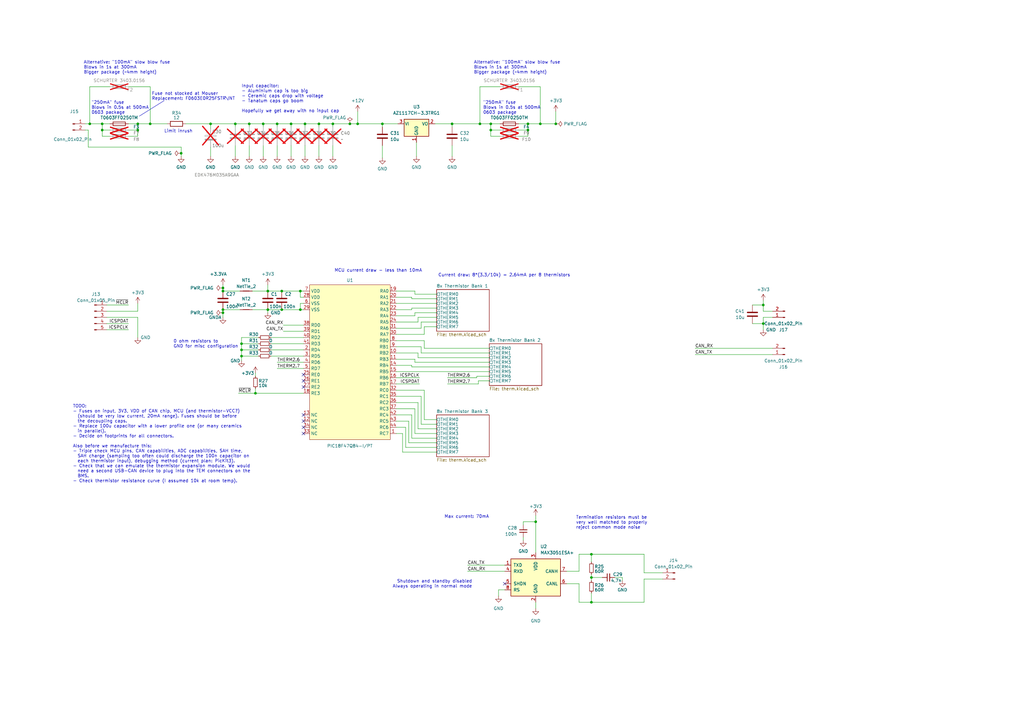
<source format=kicad_sch>
(kicad_sch (version 20250114) (generator "eeschema") (generator_version "9.0")
  (paper "A3")
  (lib_symbols
    (symbol "Connector:Conn_01x02_Pin" (pin_names (offset 1.016) (hide yes))
      (property "Reference" "J" (at 0 2.54 0))
      (property "Value" "Conn_01x02_Pin" (at 0 -5.08 0))
      (symbol "Conn_01x02_Pin_1_1"
        (rectangle (start 0.8636 0.127) (end 0 -0.127) (stroke (width 0.1524)) (fill (type outline)))
        (rectangle (start 0.8636 -2.413) (end 0 -2.667) (stroke (width 0.1524)) (fill (type outline)))
        (polyline (pts (xy 1.27 0) (xy 0.8636 0)) (stroke (width 0.1524)))
        (polyline (pts (xy 1.27 -2.54) (xy 0.8636 -2.54)) (stroke (width 0.1524)))
        (pin passive line (at 5.08 0 180) (length 3.81) (name "Pin_1") (number "1"))
        (pin passive line (at 5.08 -2.54 180) (length 3.81) (name "Pin_2") (number "2"))
      )
    )
    (symbol "Connector:Conn_01x05_Pin" (pin_names (offset 1.016) (hide yes))
      (property "Reference" "J" (at 0 7.62 0))
      (property "Value" "Conn_01x05_Pin" (at 0 -7.62 0))
      (symbol "Conn_01x05_Pin_1_1"
        (rectangle (start 0.8636 5.207) (end 0 4.953) (stroke (width 0.1524)) (fill (type outline)))
        (rectangle (start 0.8636 2.667) (end 0 2.413) (stroke (width 0.1524)) (fill (type outline)))
        (rectangle (start 0.8636 0.127) (end 0 -0.127) (stroke (width 0.1524)) (fill (type outline)))
        (rectangle (start 0.8636 -2.413) (end 0 -2.667) (stroke (width 0.1524)) (fill (type outline)))
        (rectangle (start 0.8636 -4.953) (end 0 -5.207) (stroke (width 0.1524)) (fill (type outline)))
        (polyline (pts (xy 1.27 5.08) (xy 0.8636 5.08)) (stroke (width 0.1524)))
        (polyline (pts (xy 1.27 2.54) (xy 0.8636 2.54)) (stroke (width 0.1524)))
        (polyline (pts (xy 1.27 0) (xy 0.8636 0)) (stroke (width 0.1524)))
        (polyline (pts (xy 1.27 -2.54) (xy 0.8636 -2.54)) (stroke (width 0.1524)))
        (polyline (pts (xy 1.27 -5.08) (xy 0.8636 -5.08)) (stroke (width 0.1524)))
        (pin passive line (at 5.08 5.08 180) (length 3.81) (name "Pin_1") (number "1"))
        (pin passive line (at 5.08 2.54 180) (length 3.81) (name "Pin_2") (number "2"))
        (pin passive line (at 5.08 0 180) (length 3.81) (name "Pin_3") (number "3"))
        (pin passive line (at 5.08 -2.54 180) (length 3.81) (name "Pin_4") (number "4"))
        (pin passive line (at 5.08 -5.08 180) (length 3.81) (name "Pin_5") (number "5"))
      )
    )
    (symbol "Device:C" (pin_numbers (hide yes)) (pin_names (offset 0.254))
      (property "Reference" "C" (at 0.635 2.54 0))
      (property "Value" "C" (at 0.635 -2.54 0))
      (symbol "C_0_1"
        (polyline (pts (xy -2.032 0.762) (xy 2.032 0.762)) (stroke (width 0.508)))
        (polyline (pts (xy -2.032 -0.762) (xy 2.032 -0.762)) (stroke (width 0.508)))
      )
      (symbol "C_1_1"
        (pin passive line (at 0 3.81 270) (length 2.794) (name "~") (number "1"))
        (pin passive line (at 0 -3.81 90) (length 2.794) (name "~") (number "2"))
      )
    )
    (symbol "Device:C_Polarized" (pin_numbers (hide yes)) (pin_names (offset 0.254))
      (property "Reference" "C" (at 0.635 2.54 0))
      (property "Value" "C_Polarized" (at 0.635 -2.54 0))
      (symbol "C_Polarized_0_1"
        (rectangle (start -2.286 0.508) (end 2.286 1.016))
        (polyline (pts (xy -1.778 2.286) (xy -0.762 2.286)))
        (polyline (pts (xy -1.27 2.794) (xy -1.27 1.778)))
        (rectangle (start 2.286 -0.508) (end -2.286 -1.016) (fill (type outline)))
      )
      (symbol "C_Polarized_1_1"
        (pin passive line (at 0 3.81 270) (length 2.794) (name "~") (number "1"))
        (pin passive line (at 0 -3.81 90) (length 2.794) (name "~") (number "2"))
      )
    )
    (symbol "Device:C_Small" (pin_numbers (hide yes)) (pin_names (offset 0.254) (hide yes))
      (property "Reference" "C" (at 0.254 1.778 0))
      (property "Value" "C_Small" (at 0.254 -2.032 0))
      (symbol "C_Small_0_1"
        (polyline (pts (xy -1.524 0.508) (xy 1.524 0.508)) (stroke (width 0.3048)))
        (polyline (pts (xy -1.524 -0.508) (xy 1.524 -0.508)) (stroke (width 0.3302)))
      )
      (symbol "C_Small_1_1"
        (pin passive line (at 0 2.54 270) (length 2.032) (name "~") (number "1"))
        (pin passive line (at 0 -2.54 90) (length 2.032) (name "~") (number "2"))
      )
    )
    (symbol "Device:Fuse" (pin_numbers (hide yes)) (pin_names (offset 0))
      (property "Reference" "F" (at 2.032 0 90))
      (property "Value" "Fuse" (at -1.905 0 90))
      (symbol "Fuse_0_1"
        (rectangle (start -0.762 -2.54) (end 0.762 2.54) (stroke (width 0.254)))
        (polyline (pts (xy 0 2.54) (xy 0 -2.54)))
      )
      (symbol "Fuse_1_1"
        (pin passive line (at 0 3.81 270) (length 1.27) (name "~") (number "1"))
        (pin passive line (at 0 -3.81 90) (length 1.27) (name "~") (number "2"))
      )
    )
    (symbol "Device:NetTie_2" (pin_numbers (hide yes)) (pin_names (offset 0) (hide yes)) (in_bom no)
      (property "Reference" "NT" (at 0 1.27 0))
      (property "Value" "NetTie_2" (at 0 -1.27 0))
      (symbol "NetTie_2_0_1"
        (polyline (pts (xy -1.27 0) (xy 1.27 0)) (stroke (width 0.254)))
      )
      (symbol "NetTie_2_1_1"
        (pin passive line (at -2.54 0 0) (length 2.54) (name "1") (number "1"))
        (pin passive line (at 2.54 0 180) (length 2.54) (name "2") (number "2"))
      )
    )
    (symbol "Device:R" (pin_numbers (hide yes)) (pin_names (offset 0))
      (property "Reference" "R" (at 2.032 0 90))
      (property "Value" "R" (at 0 0 90))
      (symbol "R_0_1"
        (rectangle (start -1.016 -2.54) (end 1.016 2.54) (stroke (width 0.254)))
      )
      (symbol "R_1_1"
        (pin passive line (at 0 3.81 270) (length 1.27) (name "~") (number "1"))
        (pin passive line (at 0 -3.81 90) (length 1.27) (name "~") (number "2"))
      )
    )
    (symbol "Device:R_Small" (pin_numbers (hide yes)) (pin_names (offset 0.254) (hide yes))
      (property "Reference" "R" (at 0.762 0.508 0))
      (property "Value" "R_Small" (at 0.762 -1.016 0))
      (symbol "R_Small_0_1"
        (rectangle (start -0.762 1.778) (end 0.762 -1.778) (stroke (width 0.2032)))
      )
      (symbol "R_Small_1_1"
        (pin passive line (at 0 2.54 270) (length 0.762) (name "~") (number "1"))
        (pin passive line (at 0 -2.54 90) (length 0.762) (name "~") (number "2"))
      )
    )
    (symbol "Interface_UART:MAX3051" (pin_names (offset 1.016))
      (property "Reference" "U" (at -10.16 8.89 0))
      (property "Value" "MAX3051" (at 2.54 8.89 0))
      (symbol "MAX3051_0_1"
        (rectangle (start -10.16 7.62) (end 10.16 -7.62) (stroke (width 0.254)) (fill (type background)))
      )
      (symbol "MAX3051_1_1"
        (pin input line (at -12.7 5.08 0) (length 2.54) (name "TXD") (number "1"))
        (pin output line (at -12.7 2.54 0) (length 2.54) (name "RXD") (number "4"))
        (pin input line (at -12.7 -2.54 0) (length 2.54) (name "SHDN") (number "5"))
        (pin input line (at -12.7 -5.08 0) (length 2.54) (name "RS") (number "8"))
        (pin power_in line (at 0 10.16 270) (length 2.54) (name "VDD") (number "3"))
        (pin power_in line (at 0 -10.16 90) (length 2.54) (name "GND") (number "2"))
        (pin bidirectional line (at 12.7 2.54 180) (length 2.54) (name "CANH") (number "7"))
        (pin bidirectional line (at 12.7 -2.54 180) (length 2.54) (name "CANL") (number "6"))
      )
    )
    (symbol "Regulator_Linear:AZ1117-3.3" (pin_names (offset 0.254))
      (property "Reference" "U" (at -3.81 3.175 0))
      (property "Value" "AZ1117-3.3" (at 0 3.175 0))
      (symbol "AZ1117-3.3_0_1"
        (rectangle (start -5.08 1.905) (end 5.08 -5.08) (stroke (width 0.254)) (fill (type background)))
      )
      (symbol "AZ1117-3.3_1_1"
        (pin power_in line (at -7.62 0 0) (length 2.54) (name "VI") (number "3"))
        (pin power_in line (at 0 -7.62 90) (length 2.54) (name "GND") (number "1"))
        (pin power_out line (at 7.62 0 180) (length 2.54) (name "VO") (number "2"))
      )
    )
    (symbol "SUFST:PIC18F47Q84-I/PT"
      (property "Reference" "U" (at -19.05 26.67 0))
      (symbol "PIC18F47Q84-I/PT_0_0"
        (pin bidirectional line (at -19.05 29.21 0) (length 2.54) (name "RA0") (number "19"))
        (pin bidirectional line (at -19.05 26.67 0) (length 2.54) (name "RA1") (number "20"))
        (pin bidirectional line (at -19.05 24.13 0) (length 2.54) (name "RA2") (number "21"))
        (pin bidirectional line (at -19.05 21.59 0) (length 2.54) (name "RA3") (number "22"))
        (pin bidirectional line (at -19.05 19.05 0) (length 2.54) (name "RA4") (number "23"))
        (pin bidirectional line (at -19.05 16.51 0) (length 2.54) (name "RA5") (number "24"))
        (pin bidirectional line (at -19.05 13.97 0) (length 2.54) (name "RA6") (number "31"))
        (pin bidirectional line (at -19.05 11.43 0) (length 2.54) (name "RA7") (number "30"))
        (pin bidirectional line (at -19.05 8.89 0) (length 2.54) (name "RB0") (number "8"))
        (pin bidirectional line (at -19.05 6.35 0) (length 2.54) (name "RB1") (number "9"))
        (pin bidirectional line (at -19.05 3.81 0) (length 2.54) (name "RB2") (number "10"))
        (pin bidirectional line (at -19.05 1.27 0) (length 2.54) (name "RB3") (number "11"))
        (pin bidirectional line (at -19.05 -1.27 0) (length 2.54) (name "RB4") (number "14"))
        (pin bidirectional line (at -19.05 -3.81 0) (length 2.54) (name "RB5") (number "15"))
        (pin bidirectional line (at -19.05 -6.35 0) (length 2.54) (name "RB6") (number "16"))
        (pin bidirectional line (at -19.05 -8.89 0) (length 2.54) (name "RB7") (number "17"))
        (pin bidirectional line (at -19.05 -11.43 0) (length 2.54) (name "RC0") (number "32"))
        (pin bidirectional line (at -19.05 -13.97 0) (length 2.54) (name "RC1") (number "35"))
        (pin bidirectional line (at -19.05 -16.51 0) (length 2.54) (name "RC2") (number "36"))
        (pin bidirectional line (at -19.05 -19.05 0) (length 2.54) (name "RC3") (number "37"))
        (pin bidirectional line (at -19.05 -21.59 0) (length 2.54) (name "RC4") (number "42"))
        (pin bidirectional line (at -19.05 -24.13 0) (length 2.54) (name "RC5") (number "43"))
        (pin bidirectional line (at -19.05 -26.67 0) (length 2.54) (name "RC6") (number "44"))
        (pin bidirectional line (at -19.05 -29.21 0) (length 2.54) (name "RC7") (number "1"))
        (pin power_in line (at 19.05 29.21 180) (length 2.54) (name "VDD") (number "7"))
        (pin power_in line (at 19.05 26.67 180) (length 2.54) (name "VDD") (number "28"))
        (pin power_in line (at 19.05 24.13 180) (length 2.54) (name "VSS") (number "6"))
        (pin power_in line (at 19.05 21.59 180) (length 2.54) (name "VSS") (number "29"))
        (pin bidirectional line (at 19.05 15.24 180) (length 2.54) (name "RD0") (number "38"))
        (pin bidirectional line (at 19.05 12.7 180) (length 2.54) (name "RD1") (number "39"))
        (pin bidirectional line (at 19.05 10.16 180) (length 2.54) (name "RD2") (number "40"))
        (pin bidirectional line (at 19.05 7.62 180) (length 2.54) (name "RD3") (number "41"))
        (pin bidirectional line (at 19.05 5.08 180) (length 2.54) (name "RD4") (number "2"))
        (pin bidirectional line (at 19.05 2.54 180) (length 2.54) (name "RD5") (number "3"))
        (pin bidirectional line (at 19.05 0 180) (length 2.54) (name "RD6") (number "4"))
        (pin bidirectional line (at 19.05 -2.54 180) (length 2.54) (name "RD7") (number "5"))
        (pin bidirectional line (at 19.05 -5.08 180) (length 2.54) (name "RE0") (number "25"))
        (pin bidirectional line (at 19.05 -7.62 180) (length 2.54) (name "RE1") (number "26"))
        (pin bidirectional line (at 19.05 -10.16 180) (length 2.54) (name "RE2") (number "27"))
        (pin bidirectional line (at 19.05 -12.7 180) (length 2.54) (name "RE3") (number "18"))
        (pin passive line (at 19.05 -21.59 180) (length 2.54) (name "NC") (number "13"))
        (pin passive line (at 19.05 -24.13 180) (length 2.54) (name "NC") (number "12"))
        (pin passive line (at 19.05 -26.67 180) (length 2.54) (name "NC") (number "34"))
        (pin passive line (at 19.05 -29.21 180) (length 2.54) (name "NC") (number "33"))
      )
      (symbol "PIC18F47Q84-I/PT_1_1"
        (rectangle (start -16.51 31.75) (end 16.51 -31.75) (fill (type background)))
      )
    )
    (symbol "power:+12V" (power) (pin_names (offset 0))
      (property "Value" "+12V" (at 0 3.556 0))
      (symbol "+12V_0_1"
        (polyline (pts (xy -0.762 1.27) (xy 0 2.54)))
        (polyline (pts (xy 0 2.54) (xy 0.762 1.27)))
        (polyline (pts (xy 0 0) (xy 0 2.54)))
      )
      (symbol "+12V_1_1"
        (pin power_in line (at 0 0 90) (length 0) (hide yes) (name "+12V") (number "1"))
      )
    )
    (symbol "power:+3.3VA" (power) (pin_names (offset 0))
      (property "Value" "+3.3VA" (at 0 3.556 0))
      (symbol "+3.3VA_0_1"
        (polyline (pts (xy -0.762 1.27) (xy 0 2.54)))
        (polyline (pts (xy 0 2.54) (xy 0.762 1.27)))
        (polyline (pts (xy 0 0) (xy 0 2.54)))
      )
      (symbol "+3.3VA_1_1"
        (pin power_in line (at 0 0 90) (length 0) (hide yes) (name "+3.3VA") (number "1"))
      )
    )
    (symbol "power:+3V3" (power) (pin_names (offset 0))
      (property "Value" "+3V3" (at 0 3.556 0))
      (symbol "+3V3_0_1"
        (polyline (pts (xy -0.762 1.27) (xy 0 2.54)))
        (polyline (pts (xy 0 2.54) (xy 0.762 1.27)))
        (polyline (pts (xy 0 0) (xy 0 2.54)))
      )
      (symbol "+3V3_1_1"
        (pin power_in line (at 0 0 90) (length 0) (hide yes) (name "+3V3") (number "1"))
      )
    )
    (symbol "power:GND" (power) (pin_names (offset 0))
      (property "Value" "GND" (at 0 -3.81 0))
      (symbol "GND_0_1"
        (polyline (pts (xy 0 0) (xy 0 -1.27) (xy 1.27 -1.27) (xy 0 -2.54) (xy -1.27 -1.27) (xy 0 -1.27)))
      )
      (symbol "GND_1_1"
        (pin power_in line (at 0 0 270) (length 0) (hide yes) (name "GND") (number "1"))
      )
    )
    (symbol "power:GNDA" (power) (pin_names (offset 0))
      (property "Value" "GNDA" (at 0 -3.81 0))
      (symbol "GNDA_0_1"
        (polyline (pts (xy 0 0) (xy 0 -1.27) (xy 1.27 -1.27) (xy 0 -2.54) (xy -1.27 -1.27) (xy 0 -1.27)))
      )
      (symbol "GNDA_1_1"
        (pin power_in line (at 0 0 270) (length 0) (hide yes) (name "GNDA") (number "1"))
      )
    )
    (symbol "power:PWR_FLAG" (power) (pin_numbers (hide yes)) (pin_names (offset 0) (hide yes))
      (property "Value" "PWR_FLAG" (at 0 3.81 0))
      (symbol "PWR_FLAG_0_0"
        (pin power_out line (at 0 0 90) (length 0) (name "pwr") (number "1"))
      )
      (symbol "PWR_FLAG_0_1"
        (polyline (pts (xy 0 0) (xy 0 1.27) (xy -1.016 1.905) (xy 0 2.54) (xy 1.016 1.905) (xy 0 1.27)))
      )
    )
  )
  (text "0 ohm resistors to\nGND for misc configuration" (at 71.12 142.875 0) (effects (font (size 1.27 1.27)) (justify left bottom)))
  (text "Current draw: 8*(3.3/10k) = 2.64mA per 8 thermistors" (at 179.705 113.665 0) (effects (font (size 1.27 1.27)) (justify left bottom)))
  (text "MCU current draw - less than 10mA" (at 137.16 111.76 0) (effects (font (size 1.27 1.27)) (justify left bottom)))
  (text "Alternative: \"100mA\" slow blow fuse\nBlows in 1s at 300mA\nBigger package (~4mm height)" (at 34.29 30.48 0) (effects (font (size 1.27 1.27)) (justify left bottom)))
  (text "Fuse not stocked at Mouser\nReplacement: F0603E0R25FSTR\\INT" (at 62.23 41.275 0) (effects (font (size 1.27 1.27)) (justify left bottom)))
  (text "Termination resistors must be \nvery well matched to properly \nreject common mode noise" (at 236.22 217.17 0) (effects (font (size 1.27 1.27)) (justify left bottom)))
  (text "Shutdown and standby disabled\nAlways operating in normal mode" (at 193.675 241.3 0) (effects (font (size 1.27 1.27)) (justify right bottom)))
  (text "Input capacitor:\n- Aluminium cap is too big\n- Ceramic caps drop with voltage\n- Tanatum caps go boom\n\nHopefully we get away with no input cap" (at 99.06 46.355 0) (effects (font (size 1.27 1.27)) (justify left bottom)))
  (text "TODO:\n- Fuses on input, 3V3, VDD of CAN chip, MCU (and thermistor-VCC?)\n  (should be very low current, 20mA range). Fuses should be before\n  the decoupling caps.\n- Replace 100u capacitor with a lower profile one (or many ceramics\n  in parallel).\n- Decide on footprints for all connectors.\n\nAlso before we manufacture this:\n- Triple check MCU pins, CAN capabilities, ADC capabilities, SAH time,\n  SAH charge (sampling too often could discharge the 100n capacitor on\n  each thermistor input), debugging method (current plan: PicKit3).\n- Check that we can emulate the thermistor expansion module. We would\n  need a second USB-CAN device to plug into the TEM connectors on the\n  BMS.\n- Check thermistor resistance curve (I assumed 10k at room temp)." (at 29.845 198.12 0) (effects (font (size 1.27 1.27)) (justify left bottom)))
  (text "Alternative: \"100mA\" slow blow fuse\nBlows in 1s at 300mA\nBigger package (~4mm height)" (at 194.31 30.48 0) (effects (font (size 1.27 1.27)) (justify left bottom)))
  (text "\"250mA\" fuse\nBlows in 0.5s at 500mA\n0603 package" (at 198.12 46.99 0) (effects (font (size 1.27 1.27)) (justify left bottom)))
  (text "Limit inrush" (at 67.31 54.61 0) (effects (font (size 1.27 1.27)) (justify left bottom)))
  (text "\"250mA\" fuse\nBlows in 0.5s at 500mA\n0603 package" (at 37.465 46.99 0) (effects (font (size 1.27 1.27)) (justify left bottom)))
  (text "Max current: 70mA" (at 182.245 212.725 0) (effects (font (size 1.27 1.27)) (justify left bottom)))
  (junction (at 109.855 119.38))
  (junction (at 91.44 127))
  (junction (at 242.57 227.33))
  (junction (at 216.535 53.34))
  (junction (at 196.85 50.8))
  (junction (at 123.19 119.38))
  (junction (at 242.57 247.015))
  (junction (at 313.055 125.095))
  (junction (at 96.52 50.8))
  (junction (at 99.06 146.05))
  (junction (at 185.42 50.8))
  (junction (at 91.44 118.11))
  (junction (at 156.845 50.8))
  (junction (at 56.515 53.34))
  (junction (at 130.81 50.8))
  (junction (at 113.665 50.8))
  (junction (at 41.91 50.8))
  (junction (at 74.295 62.865))
  (junction (at 201.295 50.8))
  (junction (at 136.525 50.8))
  (junction (at 143.51 50.8))
  (junction (at 146.685 50.8))
  (junction (at 102.235 50.8))
  (junction (at 227.965 50.8))
  (junction (at 219.71 213.995))
  (junction (at 313.055 132.715))
  (junction (at 91.44 128.27))
  (junction (at 119.38 50.8))
  (junction (at 41.91 53.34))
  (junction (at 221.615 50.8))
  (junction (at 201.295 53.34))
  (junction (at 91.44 119.38))
  (junction (at 123.19 127))
  (junction (at 115.57 119.38))
  (junction (at 242.57 236.855))
  (junction (at 99.06 143.51))
  (junction (at 216.535 50.8))
  (junction (at 115.57 127))
  (junction (at 109.855 127))
  (junction (at 125.095 50.8))
  (junction (at 104.775 161.29))
  (junction (at 99.06 140.97))
  (junction (at 61.595 50.8))
  (junction (at 56.515 50.8))
  (junction (at 86.36 50.8))
  (junction (at 107.95 50.8))
  (junction (at 36.83 50.8))
  (no_connect (at 124.46 172.72))
  (no_connect (at 124.46 153.67))
  (no_connect (at 124.46 170.18))
  (no_connect (at 207.01 239.395))
  (no_connect (at 124.46 177.8))
  (no_connect (at 124.46 156.21))
  (no_connect (at 124.46 175.26))
  (no_connect (at 124.46 158.75))
  (wire (pts (xy 167.64 172.72) (xy 167.64 181.61)))
  (wire (pts (xy 125.095 59.69) (xy 125.095 64.135)))
  (wire (pts (xy 168.91 179.705) (xy 179.07 179.705)))
  (wire (pts (xy 102.235 50.8) (xy 102.235 52.07)))
  (wire (pts (xy 162.56 121.92) (xy 168.91 121.92)))
  (wire (pts (xy 162.56 119.38) (xy 170.18 119.38)))
  (wire (pts (xy 162.56 160.02) (xy 173.99 160.02)))
  (wire (pts (xy 111.125 140.97) (xy 124.46 140.97)))
  (wire (pts (xy 168.91 150.495) (xy 168.91 149.86)))
  (wire (pts (xy 185.42 50.8) (xy 185.42 52.07)))
  (wire (pts (xy 162.56 170.18) (xy 168.91 170.18)))
  (wire (pts (xy 168.91 127) (xy 168.91 126.365)))
  (wire (pts (xy 56.515 53.34) (xy 56.515 50.8)))
  (wire (pts (xy 173.99 172.085) (xy 173.99 160.02)))
  (wire (pts (xy 170.18 177.8) (xy 170.18 167.64)))
  (wire (pts (xy 99.06 143.51) (xy 99.06 146.05)))
  (wire (pts (xy 173.99 142.875) (xy 200.66 142.875)))
  (wire (pts (xy 162.56 124.46) (xy 179.07 124.46)))
  (wire (pts (xy 162.56 147.32) (xy 170.18 147.32)))
  (wire (pts (xy 99.06 138.43) (xy 99.06 140.97)))
  (wire (pts (xy 170.18 128.27) (xy 179.07 128.27)))
  (wire (pts (xy 143.51 50.8) (xy 146.685 50.8)))
  (wire (pts (xy 123.19 121.92) (xy 123.19 119.38)))
  (wire (pts (xy 113.665 151.13) (xy 124.46 151.13)))
  (wire (pts (xy 237.49 247.015) (xy 242.57 247.015)))
  (wire (pts (xy 162.56 157.48) (xy 172.085 157.48)))
  (wire (pts (xy 52.705 55.88) (xy 56.515 55.88)))
  (wire (pts (xy 173.99 137.16) (xy 173.99 133.985)))
  (wire (pts (xy 162.56 172.72) (xy 167.64 172.72)))
  (wire (pts (xy 43.815 130.175) (xy 56.515 130.175)))
  (wire (pts (xy 178.435 50.8) (xy 185.42 50.8)))
  (wire (pts (xy 172.72 142.24) (xy 162.56 142.24)))
  (wire (pts (xy 115.57 119.38) (xy 123.19 119.38)))
  (wire (pts (xy 104.775 159.385) (xy 104.775 161.29)))
  (wire (pts (xy 183.515 157.48) (xy 196.215 157.48)))
  (wire (pts (xy 61.595 50.8) (xy 68.58 50.8)))
  (wire (pts (xy 162.56 127) (xy 168.91 127)))
  (wire (pts (xy 86.36 50.8) (xy 96.52 50.8)))
  (wire (pts (xy 97.79 161.29) (xy 104.775 161.29)))
  (wire (pts (xy 172.72 173.99) (xy 179.07 173.99)))
  (wire (pts (xy 166.37 175.26) (xy 162.56 175.26)))
  (wire (pts (xy 242.57 230.505) (xy 242.57 227.33)))
  (wire (pts (xy 119.38 59.69) (xy 119.38 64.135)))
  (wire (pts (xy 107.95 50.8) (xy 113.665 50.8)))
  (wire (pts (xy 165.1 185.42) (xy 165.1 177.8)))
  (wire (pts (xy 61.595 35.56) (xy 61.595 50.8)))
  (wire (pts (xy 168.91 122.555) (xy 179.07 122.555)))
  (wire (pts (xy 170.815 58.42) (xy 170.815 64.135)))
  (wire (pts (xy 113.665 59.69) (xy 113.665 64.135)))
  (wire (pts (xy 36.195 60.325) (xy 36.195 53.34)))
  (wire (pts (xy 308.61 125.095) (xy 313.055 125.095)))
  (wire (pts (xy 116.205 135.89) (xy 124.46 135.89)))
  (wire (pts (xy 36.195 53.34) (xy 34.925 53.34)))
  (wire (pts (xy 36.83 50.8) (xy 36.83 35.56)))
  (wire (pts (xy 172.085 154.94) (xy 162.56 154.94)))
  (wire (pts (xy 172.72 132.08) (xy 179.07 132.08)))
  (wire (pts (xy 36.83 35.56) (xy 45.085 35.56)))
  (wire (pts (xy 285.115 145.415) (xy 316.865 145.415)))
  (wire (pts (xy 313.055 125.095) (xy 313.055 123.19)))
  (wire (pts (xy 111.125 146.05) (xy 124.46 146.05)))
  (wire (pts (xy 91.44 119.38) (xy 98.425 119.38)))
  (wire (pts (xy 316.865 127.635) (xy 313.055 127.635)))
  (wire (pts (xy 221.615 50.8) (xy 227.965 50.8)))
  (wire (pts (xy 242.57 236.855) (xy 247.015 236.855)))
  (wire (pts (xy 237.49 239.395) (xy 237.49 247.015)))
  (wire (pts (xy 170.18 120.65) (xy 179.07 120.65)))
  (wire (pts (xy 124.46 121.92) (xy 123.19 121.92)))
  (wire (pts (xy 285.115 142.875) (xy 316.865 142.875)))
  (wire (pts (xy 96.52 50.8) (xy 102.235 50.8)))
  (wire (pts (xy 216.535 53.34) (xy 216.535 50.8)))
  (wire (pts (xy 41.91 50.8) (xy 41.91 53.34)))
  (wire (pts (xy 123.19 119.38) (xy 124.46 119.38)))
  (wire (pts (xy 232.41 234.315) (xy 237.49 234.315)))
  (wire (pts (xy 242.57 243.205) (xy 242.57 247.015)))
  (wire (pts (xy 99.06 146.05) (xy 99.06 147.955)))
  (wire (pts (xy 173.99 139.7) (xy 173.99 142.875)))
  (wire (pts (xy 162.56 139.7) (xy 173.99 139.7)))
  (wire (pts (xy 115.57 127) (xy 123.19 127)))
  (wire (pts (xy 200.66 144.78) (xy 172.72 144.78)))
  (wire (pts (xy 156.845 50.8) (xy 163.195 50.8)))
  (wire (pts (xy 91.44 127) (xy 91.44 128.27)))
  (wire (pts (xy 98.425 127) (xy 91.44 127)))
  (wire (pts (xy 204.47 244.475) (xy 204.47 241.935)))
  (wire (pts (xy 76.2 50.8) (xy 86.36 50.8)))
  (wire (pts (xy 104.775 153.035) (xy 104.775 154.305)))
  (wire (pts (xy 113.665 50.8) (xy 113.665 52.07)))
  (wire (pts (xy 205.105 53.34) (xy 201.295 53.34)))
  (wire (pts (xy 106.045 146.05) (xy 99.06 146.05)))
  (wire (pts (xy 214.63 213.995) (xy 219.71 213.995)))
  (wire (pts (xy 56.515 130.175) (xy 56.515 138.43)))
  (wire (pts (xy 52.705 50.8) (xy 56.515 50.8)))
  (wire (pts (xy 313.055 130.175) (xy 316.865 130.175)))
  (wire (pts (xy 170.18 119.38) (xy 170.18 120.65)))
  (wire (pts (xy 171.45 144.78) (xy 162.56 144.78)))
  (wire (pts (xy 237.49 234.315) (xy 237.49 227.33)))
  (wire (pts (xy 168.91 126.365) (xy 179.07 126.365)))
  (wire (pts (xy 113.665 148.59) (xy 124.46 148.59)))
  (wire (pts (xy 313.055 135.255) (xy 313.055 132.715)))
  (wire (pts (xy 172.72 162.56) (xy 172.72 173.99)))
  (wire (pts (xy 201.295 53.34) (xy 201.295 50.8)))
  (wire (pts (xy 170.18 148.59) (xy 200.66 148.59)))
  (wire (pts (xy 201.295 50.8) (xy 205.105 50.8)))
  (wire (pts (xy 195.58 154.305) (xy 200.66 154.305)))
  (wire (pts (xy 191.77 234.315) (xy 207.01 234.315)))
  (wire (pts (xy 264.16 237.49) (xy 271.78 237.49)))
  (wire (pts (xy 166.37 183.515) (xy 179.07 183.515)))
  (wire (pts (xy 102.235 59.69) (xy 102.235 64.135)))
  (wire (pts (xy 162.56 137.16) (xy 173.99 137.16)))
  (wire (pts (xy 168.91 122.555) (xy 168.91 121.92)))
  (wire (pts (xy 171.45 175.895) (xy 179.07 175.895)))
  (wire (pts (xy 91.44 128.27) (xy 91.44 130.175)))
  (polyline (pts (xy 57.15 47.625) (xy 67.31 41.275)))
  (wire (pts (xy 109.855 127) (xy 109.855 128.27)))
  (wire (pts (xy 109.855 116.84) (xy 109.855 119.38)))
  (wire (pts (xy 125.095 50.8) (xy 119.38 50.8)))
  (wire (pts (xy 308.61 132.715) (xy 313.055 132.715)))
  (wire (pts (xy 124.46 124.46) (xy 123.19 124.46)))
  (wire (pts (xy 56.515 50.8) (xy 61.595 50.8)))
  (wire (pts (xy 205.105 55.88) (xy 201.295 55.88)))
  (wire (pts (xy 313.055 132.715) (xy 313.055 130.175)))
  (wire (pts (xy 156.845 50.8) (xy 156.845 52.07)))
  (wire (pts (xy 216.535 55.88) (xy 216.535 53.34)))
  (wire (pts (xy 162.56 152.4) (xy 200.66 152.4)))
  (wire (pts (xy 56.515 124.46) (xy 56.515 127.635)))
  (wire (pts (xy 103.505 119.38) (xy 109.855 119.38)))
  (wire (pts (xy 52.705 35.56) (xy 61.595 35.56)))
  (wire (pts (xy 146.685 50.8) (xy 156.845 50.8)))
  (wire (pts (xy 264.16 247.015) (xy 264.16 237.49)))
  (wire (pts (xy 96.52 50.8) (xy 96.52 52.07)))
  (wire (pts (xy 264.16 234.95) (xy 271.78 234.95)))
  (wire (pts (xy 111.125 138.43) (xy 124.46 138.43)))
  (wire (pts (xy 162.56 129.54) (xy 170.18 129.54)))
  (wire (pts (xy 219.71 247.015) (xy 219.71 249.555)))
  (wire (pts (xy 109.855 127) (xy 103.505 127)))
  (wire (pts (xy 125.095 50.8) (xy 125.095 52.07)))
  (wire (pts (xy 162.56 162.56) (xy 172.72 162.56)))
  (wire (pts (xy 111.125 143.51) (xy 124.46 143.51)))
  (wire (pts (xy 41.91 50.8) (xy 45.085 50.8)))
  (wire (pts (xy 196.215 156.21) (xy 200.66 156.21)))
  (wire (pts (xy 91.44 116.84) (xy 91.44 118.11)))
  (wire (pts (xy 136.525 59.69) (xy 136.525 64.135)))
  (wire (pts (xy 106.045 138.43) (xy 99.06 138.43)))
  (wire (pts (xy 43.815 135.255) (xy 52.705 135.255)))
  (wire (pts (xy 212.725 55.88) (xy 216.535 55.88)))
  (wire (pts (xy 170.18 148.59) (xy 170.18 147.32)))
  (wire (pts (xy 107.95 59.69) (xy 107.95 64.135)))
  (wire (pts (xy 136.525 50.8) (xy 130.81 50.8)))
  (wire (pts (xy 171.45 165.1) (xy 162.56 165.1)))
  (wire (pts (xy 196.215 157.48) (xy 196.215 156.21)))
  (wire (pts (xy 119.38 50.8) (xy 119.38 52.07)))
  (wire (pts (xy 196.85 35.56) (xy 205.105 35.56)))
  (wire (pts (xy 195.58 154.94) (xy 195.58 154.305)))
  (wire (pts (xy 219.71 211.455) (xy 219.71 213.995)))
  (wire (pts (xy 162.56 132.08) (xy 171.45 132.08)))
  (wire (pts (xy 86.36 50.8) (xy 86.36 52.705)))
  (wire (pts (xy 41.91 53.34) (xy 41.91 55.88)))
  (wire (pts (xy 43.815 125.095) (xy 52.705 125.095)))
  (wire (pts (xy 109.855 127) (xy 115.57 127)))
  (wire (pts (xy 168.91 170.18) (xy 168.91 179.705)))
  (wire (pts (xy 214.63 215.265) (xy 214.63 213.995)))
  (wire (pts (xy 162.56 177.8) (xy 165.1 177.8)))
  (wire (pts (xy 99.06 140.97) (xy 106.045 140.97)))
  (wire (pts (xy 170.18 129.54) (xy 170.18 128.27)))
  (wire (pts (xy 136.525 50.8) (xy 143.51 50.8)))
  (wire (pts (xy 107.95 50.8) (xy 107.95 52.07)))
  (wire (pts (xy 242.57 247.015) (xy 264.16 247.015)))
  (wire (pts (xy 96.52 59.69) (xy 96.52 64.135)))
  (wire (pts (xy 221.615 35.56) (xy 221.615 50.8)))
  (wire (pts (xy 36.195 60.325) (xy 74.295 60.325)))
  (wire (pts (xy 195.58 154.94) (xy 183.515 154.94)))
  (wire (pts (xy 45.085 53.34) (xy 41.91 53.34)))
  (wire (pts (xy 171.45 130.175) (xy 179.07 130.175)))
  (wire (pts (xy 214.63 220.345) (xy 214.63 221.615)))
  (wire (pts (xy 166.37 183.515) (xy 166.37 175.26)))
  (wire (pts (xy 171.45 132.08) (xy 171.45 130.175)))
  (wire (pts (xy 173.99 133.985) (xy 179.07 133.985)))
  (wire (pts (xy 123.19 127) (xy 124.46 127)))
  (wire (pts (xy 109.855 119.38) (xy 115.57 119.38)))
  (wire (pts (xy 43.815 127.635) (xy 56.515 127.635)))
  (wire (pts (xy 171.45 146.685) (xy 171.45 144.78)))
  (wire (pts (xy 74.295 60.325) (xy 74.295 62.865)))
  (wire (pts (xy 130.81 50.8) (xy 130.81 52.07)))
  (wire (pts (xy 123.19 124.46) (xy 123.19 127)))
  (wire (pts (xy 91.44 118.11) (xy 91.44 119.38)))
  (wire (pts (xy 99.06 143.51) (xy 106.045 143.51)))
  (wire (pts (xy 255.27 236.855) (xy 255.27 238.125)))
  (wire (pts (xy 242.57 235.585) (xy 242.57 236.855)))
  (wire (pts (xy 232.41 239.395) (xy 237.49 239.395)))
  (wire (pts (xy 52.705 53.34) (xy 56.515 53.34)))
  (wire (pts (xy 185.42 50.8) (xy 196.85 50.8)))
  (wire (pts (xy 172.72 134.62) (xy 172.72 132.08)))
  (wire (pts (xy 313.055 127.635) (xy 313.055 125.095)))
  (wire (pts (xy 212.725 53.34) (xy 216.535 53.34)))
  (wire (pts (xy 242.57 236.855) (xy 242.57 238.125)))
  (wire (pts (xy 156.845 59.69) (xy 156.845 64.77)))
  (wire (pts (xy 237.49 227.33) (xy 242.57 227.33)))
  (wire (pts (xy 43.815 132.715) (xy 52.705 132.715)))
  (wire (pts (xy 196.85 50.8) (xy 196.85 35.56)))
  (wire (pts (xy 185.42 59.69) (xy 185.42 64.135)))
  (wire (pts (xy 191.77 231.775) (xy 207.01 231.775)))
  (wire (pts (xy 102.235 50.8) (xy 107.95 50.8)))
  (wire (pts (xy 200.66 150.495) (xy 168.91 150.495)))
  (wire (pts (xy 56.515 55.88) (xy 56.515 53.34)))
  (wire (pts (xy 36.83 50.8) (xy 41.91 50.8)))
  (wire (pts (xy 34.925 50.8) (xy 36.83 50.8)))
  (wire (pts (xy 201.295 55.88) (xy 201.295 53.34)))
  (wire (pts (xy 165.1 185.42) (xy 179.07 185.42)))
  (wire (pts (xy 162.56 134.62) (xy 172.72 134.62)))
  (wire (pts (xy 252.095 236.855) (xy 255.27 236.855)))
  (wire (pts (xy 99.06 140.97) (xy 99.06 143.51)))
  (wire (pts (xy 104.775 161.29) (xy 124.46 161.29)))
  (wire (pts (xy 130.81 59.69) (xy 130.81 64.135)))
  (wire (pts (xy 212.725 50.8) (xy 216.535 50.8)))
  (wire (pts (xy 212.725 35.56) (xy 221.615 35.56)))
  (wire (pts (xy 219.71 213.995) (xy 219.71 226.695)))
  (wire (pts (xy 179.07 177.8) (xy 170.18 177.8)))
  (wire (pts (xy 146.685 45.72) (xy 146.685 50.8)))
  (wire (pts (xy 167.64 181.61) (xy 179.07 181.61)))
  (wire (pts (xy 196.85 50.8) (xy 201.295 50.8)))
  (wire (pts (xy 136.525 50.8) (xy 136.525 52.07)))
  (wire (pts (xy 172.72 144.78) (xy 172.72 142.24)))
  (wire (pts (xy 119.38 50.8) (xy 113.665 50.8)))
  (wire (pts (xy 242.57 227.33) (xy 264.16 227.33)))
  (wire (pts (xy 216.535 50.8) (xy 221.615 50.8)))
  (wire (pts (xy 45.085 55.88) (xy 41.91 55.88)))
  (wire (pts (xy 162.56 167.64) (xy 170.18 167.64)))
  (wire (pts (xy 264.16 227.33) (xy 264.16 234.95)))
  (wire (pts (xy 86.36 60.325) (xy 86.36 64.135)))
  (wire (pts (xy 171.45 175.895) (xy 171.45 165.1)))
  (wire (pts (xy 116.205 133.35) (xy 124.46 133.35)))
  (wire (pts (xy 130.81 50.8) (xy 125.095 50.8)))
  (wire (pts (xy 227.965 45.72) (xy 227.965 50.8)))
  (wire (pts (xy 204.47 241.935) (xy 207.01 241.935)))
  (wire (pts (xy 173.99 172.085) (xy 179.07 172.085)))
  (wire (pts (xy 200.66 146.685) (xy 171.45 146.685)))
  (wire (pts (xy 168.91 149.86) (xy 162.56 149.86)))
  (wire (pts (xy 74.295 62.865) (xy 74.295 64.135)))
  (label "ICSPCLK" (at 172.085 154.94 180))
  (label "ICSPCLK" (at 52.705 135.255 180))
  (label "~{MCLR}" (at 52.705 125.095 180))
  (label "CAN_RX" (at 191.77 234.315 0))
  (label "THERM2.7" (at 183.515 157.48 0))
  (label "THERM2.7" (at 113.665 151.13 0))
  (label "CAN_TX" (at 191.77 231.775 0))
  (label "CAN_TX" (at 116.205 135.89 180))
  (label "THERM2.6" (at 183.515 154.94 0))
  (label "ICSPDAT" (at 172.085 157.48 180))
  (label "THERM2.6" (at 113.665 148.59 0))
  (label "~{MCLR}" (at 97.79 161.29 0))
  (label "ICSPDAT" (at 52.705 132.715 180))
  (label "CAN_TX" (at 285.115 145.415 0))
  (label "CAN_RX" (at 285.115 142.875 0))
  (label "CAN_RX" (at 116.205 133.35 180))
  (symbol (lib_id "Device:R_Small") (at 242.57 233.045 180) (unit 1)
    (property "Reference" "R25" (at 243.84 232.41 0) (effects (justify right)))
    (property "Value" "60R" (at 243.84 234.315 0) (effects (justify right)))
    (property "Footprint" "Resistor_SMD:R_0805_2012Metric_Pad1.20x1.40mm_HandSolder" (effects (hide yes)))
    (property "Datasheet" "https://www.mouser.co.uk/datasheet/2/427/dcrcwife3-1761849.pdf" (effects (hide yes)))
    (property "Optional" "True" (effects (hide yes)))
    (property "Supplier" "Mouser" (effects (hide yes)))
  )
  (symbol (lib_id "Device:C") (at 109.855 123.19 0) (unit 1)
    (property "Reference" "C1" (at 111.125 120.65 0) (effects (justify left)))
    (property "Value" "100n" (at 110.49 125.73 0) (effects (justify left)))
    (property "Footprint" "Capacitor_SMD:C_0805_2012Metric_Pad1.18x1.45mm_HandSolder" (effects (hide yes)))
  )
  (symbol (lib_id "power:+3V3") (at 56.515 124.46 0) (unit 1)
    (property "Reference" "#PWR066" (effects (hide yes)))
    (property "Value" "+3V3" (at 56.515 120.015 0))
  )
  (symbol (lib_id "Device:NetTie_2") (at 100.965 127 0) (unit 1) (in_bom no)
    (property "Reference" "NT2" (at 100.965 122.555 0))
    (property "Value" "NetTie_2" (at 100.965 125.095 0))
    (property "Footprint" "Resistor_SMD:R_0805_2012Metric_Pad1.20x1.40mm_HandSolder" (effects (hide yes)))
  )
  (symbol (lib_id "power:GND") (at 136.525 64.135 0) (unit 1)
    (property "Reference" "#PWR087" (effects (hide yes)))
    (property "Value" "GND" (at 136.525 68.58 0))
  )
  (symbol (lib_id "power:PWR_FLAG") (at 74.295 62.865 90) (unit 1)
    (property "Reference" "#FLG03" (effects (hide yes)))
    (property "Value" "PWR_FLAG" (at 70.485 62.865 90) (effects (justify left)))
  )
  (symbol (lib_id "power:GND") (at 255.27 238.125 0) (unit 1)
    (property "Reference" "#PWR071" (effects (hide yes)))
    (property "Value" "GND" (at 255.27 241.935 0))
  )
  (symbol (lib_id "Device:Fuse") (at 48.895 50.8 90) (unit 1)
    (property "Reference" "F3" (at 55.88 52.07 90))
    (property "Value" "T0603FF0250TM" (at 48.895 48.26 90))
    (property "Footprint" "Fuse:Fuse_0603_1608Metric_Pad1.05x0.95mm_HandSolder" (effects (hide yes)))
  )
  (symbol (lib_id "power:+3V3") (at 109.855 116.84 0) (unit 1)
    (property "Reference" "#PWR01" (effects (hide yes)))
    (property "Value" "+3V3" (at 109.855 112.395 0))
  )
  (symbol (lib_id "power:GND") (at 185.42 64.135 0) (unit 1)
    (property "Reference" "#PWR077" (effects (hide yes)))
    (property "Value" "GND" (at 185.42 68.58 0))
  )
  (symbol (lib_id "power:GND") (at 109.855 128.27 0) (unit 1)
    (property "Reference" "#PWR02" (effects (hide yes)))
    (property "Value" "GND" (at 113.03 128.27 0))
  )
  (symbol (lib_id "Device:C") (at 130.81 55.88 0) (unit 1) (dnp yes)
    (property "Reference" "C39" (at 133.985 54.61 0) (effects (justify left)))
    (property "Value" "~" (at 133.985 57.15 0) (effects (justify left)))
    (property "Footprint" "Capacitor_SMD:C_1206_3216Metric_Pad1.33x1.80mm_HandSolder" (effects (hide yes)))
  )
  (symbol (lib_id "power:GND") (at 119.38 64.135 0) (unit 1)
    (property "Reference" "#PWR084" (effects (hide yes)))
    (property "Value" "GND" (at 119.38 68.58 0))
  )
  (symbol (lib_id "power:PWR_FLAG") (at 91.44 128.27 90) (unit 1)
    (property "Reference" "#FLG05" (effects (hide yes)))
    (property "Value" "PWR_FLAG" (at 87.63 128.27 90) (effects (justify left)))
  )
  (symbol (lib_id "power:+12V") (at 146.685 45.72 0) (unit 1)
    (property "Reference" "#PWR073" (effects (hide yes)))
    (property "Value" "+12V" (at 146.685 41.275 0))
  )
  (symbol (lib_id "Device:C") (at 185.42 55.88 0) (unit 1)
    (property "Reference" "C32" (at 188.595 54.61 0) (effects (justify left)))
    (property "Value" "10u" (at 188.595 57.15 0) (effects (justify left)))
    (property "Footprint" "Capacitor_SMD:C_0805_2012Metric_Pad1.18x1.45mm_HandSolder" (effects (hide yes)))
  )
  (symbol (lib_id "power:+3V3") (at 227.965 45.72 0) (unit 1)
    (property "Reference" "#PWR078" (effects (hide yes)))
    (property "Value" "+3V3" (at 227.965 41.275 0))
  )
  (symbol (lib_id "Device:Fuse") (at 208.915 53.34 90) (unit 1) (dnp yes)
    (property "Reference" "F9" (at 215.9 54.61 90))
    (property "Value" "T0603FF0250TM" (effects (hide yes)))
    (property "Footprint" "Fuse:Fuse_0603_1608Metric_Pad1.05x0.95mm_HandSolder" (effects (hide yes)))
  )
  (symbol (lib_id "power:GND") (at 219.71 249.555 0) (unit 1)
    (property "Reference" "#PWR070" (effects (hide yes)))
    (property "Value" "GND" (at 219.71 254.635 0))
  )
  (symbol (lib_id "Device:Fuse") (at 208.915 50.8 90) (unit 1)
    (property "Reference" "F4" (at 215.9 52.07 90))
    (property "Value" "T0603FF0250TM" (at 208.915 48.26 90))
    (property "Footprint" "Fuse:Fuse_0603_1608Metric_Pad1.05x0.95mm_HandSolder" (effects (hide yes)))
  )
  (symbol (lib_id "Regulator_Linear:AZ1117-3.3") (at 170.815 50.8 0) (unit 1)
    (property "Reference" "U3" (at 170.815 43.815 0))
    (property "Value" "AZ1117CH-3.3TRG1" (at 170.815 46.355 0))
    (property "Footprint" "Package_TO_SOT_SMD:SOT-223-3_TabPin2" (effects (hide yes)))
  )
  (symbol (lib_id "Device:C") (at 91.44 123.19 0) (unit 1)
    (property "Reference" "C27" (at 92.71 120.65 0) (effects (justify left)))
    (property "Value" "100n" (at 92.71 125.73 0) (effects (justify left)))
    (property "Footprint" "Capacitor_SMD:C_0805_2012Metric_Pad1.18x1.45mm_HandSolder" (effects (hide yes)))
  )
  (symbol (lib_id "Device:C") (at 119.38 55.88 0) (unit 1) (dnp yes)
    (property "Reference" "C37" (at 122.555 54.61 0) (effects (justify left)))
    (property "Value" "~" (at 122.555 57.15 0) (effects (justify left)))
    (property "Footprint" "Capacitor_SMD:C_1206_3216Metric_Pad1.33x1.80mm_HandSolder" (effects (hide yes)))
  )
  (symbol (lib_id "SUFST:PIC18F47Q84-I/PT") (at 143.51 148.59 0) (mirror y) (unit 1)
    (property "Reference" "U1" (at 143.51 114.935 0))
    (property "Value" "PIC18F47Q84-I/PT" (at 143.51 182.88 0))
    (property "Footprint" "Package_QFP:TQFP-44_10x10mm_P0.8mm" (effects (hide yes)))
  )
  (symbol (lib_id "Device:C") (at 96.52 55.88 0) (unit 1) (dnp yes)
    (property "Reference" "C33" (at 99.695 54.61 0) (effects (justify left)))
    (property "Value" "~" (at 99.695 57.15 0) (effects (justify left)))
    (property "Footprint" "Capacitor_SMD:C_1206_3216Metric_Pad1.33x1.80mm_HandSolder" (effects (hide yes)))
  )
  (symbol (lib_id "power:PWR_FLAG") (at 227.965 50.8 270) (unit 1)
    (property "Reference" "#FLG04" (effects (hide yes)))
    (property "Value" "PWR_FLAG" (at 231.14 50.8 90) (effects (justify left)))
  )
  (symbol (lib_id "power:GND") (at 102.235 64.135 0) (unit 1)
    (property "Reference" "#PWR081" (effects (hide yes)))
    (property "Value" "GND" (at 102.235 68.58 0))
  )
  (symbol (lib_id "Device:C") (at 308.61 128.905 0) (mirror y) (unit 1)
    (property "Reference" "C41" (at 305.435 127.635 0) (effects (justify left)))
    (property "Value" "10u" (at 305.435 130.175 0) (effects (justify left)))
    (property "Footprint" "Capacitor_SMD:C_0805_2012Metric_Pad1.18x1.45mm_HandSolder" (effects (hide yes)))
  )
  (symbol (lib_id "power:GND") (at 74.295 64.135 0) (unit 1)
    (property "Reference" "#PWR072" (effects (hide yes)))
    (property "Value" "GND" (at 74.295 68.58 0))
  )
  (symbol (lib_id "Device:Fuse") (at 208.915 55.88 90) (unit 1) (dnp yes)
    (property "Reference" "F10" (at 215.9 57.15 90))
    (property "Value" "T0603FF0250TM" (effects (hide yes)))
    (property "Footprint" "Fuse:Fuse_0603_1608Metric_Pad1.05x0.95mm_HandSolder" (effects (hide yes)))
  )
  (symbol (lib_id "power:GND") (at 170.815 64.135 0) (unit 1)
    (property "Reference" "#PWR074" (effects (hide yes)))
    (property "Value" "GND" (at 170.815 68.58 0))
  )
  (symbol (lib_id "power:GND") (at 107.95 64.135 0) (unit 1)
    (property "Reference" "#PWR082" (effects (hide yes)))
    (property "Value" "GND" (at 107.95 68.58 0))
  )
  (symbol (lib_id "Device:C") (at 107.95 55.88 0) (unit 1) (dnp yes)
    (property "Reference" "C35" (at 111.125 54.61 0) (effects (justify left)))
    (property "Value" "~" (at 111.125 57.15 0) (effects (justify left)))
    (property "Footprint" "Capacitor_SMD:C_1206_3216Metric_Pad1.33x1.80mm_HandSolder" (effects (hide yes)))
  )
  (symbol (lib_id "Device:R_Small") (at 108.585 143.51 270) (unit 1)
    (property "Reference" "R32" (at 106.045 142.24 90) (effects (justify right)))
    (property "Value" "0" (at 111.76 142.24 90) (effects (justify right)))
    (property "Footprint" "Resistor_SMD:R_0805_2012Metric_Pad1.20x1.40mm_HandSolder" (effects (hide yes)))
    (property "Optional" "True" (effects (hide yes)))
    (property "Supplier" "Mouser" (effects (hide yes)))
  )
  (symbol (lib_id "Device:C_Polarized") (at 86.36 56.515 0) (unit 1) (dnp yes)
    (property "Reference" "C30" (at 86.995 53.975 0) (effects (justify left)))
    (property "Value" "100u" (at 86.995 59.69 0) (effects (justify left)))
    (property "Footprint" "Capacitor_SMD:CP_Elec_6.3x5.4" (effects (hide yes)))
    (property "Part" "EDK476M035A9GAA" (at 88.9 71.755 0))
  )
  (symbol (lib_id "Device:C") (at 136.525 55.88 0) (unit 1) (dnp yes)
    (property "Reference" "C40" (at 139.7 54.61 0) (effects (justify left)))
    (property "Value" "~" (at 139.7 57.15 0) (effects (justify left)))
    (property "Footprint" "Capacitor_SMD:C_1206_3216Metric_Pad1.33x1.80mm_HandSolder" (effects (hide yes)))
  )
  (symbol (lib_id "Device:C") (at 156.845 55.88 0) (unit 1)
    (property "Reference" "C31" (at 160.02 54.61 0) (effects (justify left)))
    (property "Value" "10u" (at 160.02 57.15 0) (effects (justify left)))
    (property "Footprint" "Capacitor_SMD:C_0805_2012Metric_Pad1.18x1.45mm_HandSolder" (effects (hide yes)))
  )
  (symbol (lib_id "Connector:Conn_01x05_Pin") (at 38.735 130.175 0) (unit 1)
    (property "Reference" "J13" (at 39.37 120.65 0))
    (property "Value" "Conn_01x05_Pin" (at 39.37 123.19 0))
    (property "Footprint" "sufst-lib:Conn5_SMD" (effects (hide yes)))
  )
  (symbol (lib_id "Device:R") (at 72.39 50.8 90) (unit 1)
    (property "Reference" "R34" (at 72.39 46.355 90))
    (property "Value" "12" (at 72.39 48.26 90))
    (property "Footprint" "Resistor_SMD:R_0805_2012Metric_Pad1.20x1.40mm_HandSolder" (effects (hide yes)))
  )
  (symbol (lib_id "Device:R_Small") (at 108.585 146.05 270) (unit 1)
    (property "Reference" "R33" (at 106.045 144.78 90) (effects (justify right)))
    (property "Value" "0" (at 111.76 144.78 90) (effects (justify right)))
    (property "Footprint" "Resistor_SMD:R_0805_2012Metric_Pad1.20x1.40mm_HandSolder" (effects (hide yes)))
    (property "Optional" "True" (effects (hide yes)))
    (property "Supplier" "Mouser" (effects (hide yes)))
  )
  (symbol (lib_id "Connector:Conn_01x02_Pin") (at 29.845 50.8 0) (unit 1)
    (property "Reference" "J15" (at 30.48 45.72 0))
    (property "Value" "Conn_01x02_Pin" (at 29.845 57.15 0))
    (property "Footprint" "sufst-lib:Conn2_SMD" (effects (hide yes)))
  )
  (symbol (lib_id "power:GND") (at 99.06 147.955 0) (unit 1)
    (property "Reference" "#PWR090" (effects (hide yes)))
    (property "Value" "GND" (at 96.52 147.955 0))
  )
  (symbol (lib_id "power:GND") (at 113.665 64.135 0) (unit 1)
    (property "Reference" "#PWR083" (effects (hide yes)))
    (property "Value" "GND" (at 113.665 68.58 0))
  )
  (symbol (lib_id "Connector:Conn_01x02_Pin") (at 321.945 130.175 180) (unit 1)
    (property "Reference" "J17" (at 321.31 135.255 0))
    (property "Value" "Conn_01x02_Pin" (at 321.31 132.715 0))
    (property "Footprint" "sufst-lib:Conn2_SMD" (effects (hide yes)))
  )
  (symbol (lib_id "power:+3.3VA") (at 91.44 116.84 0) (unit 1)
    (property "Reference" "#PWR064" (effects (hide yes)))
    (property "Value" "+3.3VA" (at 89.535 112.395 0))
  )
  (symbol (lib_id "power:GND") (at 86.36 64.135 0) (unit 1)
    (property "Reference" "#PWR075" (effects (hide yes)))
    (property "Value" "GND" (at 86.36 68.58 0))
  )
  (symbol (lib_id "Device:R_Small") (at 242.57 240.665 180) (unit 1)
    (property "Reference" "R26" (at 243.84 240.03 0) (effects (justify right)))
    (property "Value" "60R" (at 243.84 241.935 0) (effects (justify right)))
    (property "Footprint" "Resistor_SMD:R_0805_2012Metric_Pad1.20x1.40mm_HandSolder" (effects (hide yes)))
    (property "Datasheet" "https://www.mouser.co.uk/datasheet/2/427/dcrcwife3-1761849.pdf" (effects (hide yes)))
    (property "Optional" "True" (effects (hide yes)))
    (property "Supplier" "Mouser" (effects (hide yes)))
  )
  (symbol (lib_id "Device:C") (at 113.665 55.88 0) (unit 1) (dnp yes)
    (property "Reference" "C36" (at 116.84 54.61 0) (effects (justify left)))
    (property "Value" "~" (at 116.84 57.15 0) (effects (justify left)))
    (property "Footprint" "Capacitor_SMD:C_1206_3216Metric_Pad1.33x1.80mm_HandSolder" (effects (hide yes)))
  )
  (symbol (lib_id "Device:C") (at 102.235 55.88 0) (unit 1) (dnp yes)
    (property "Reference" "C34" (at 105.41 54.61 0) (effects (justify left)))
    (property "Value" "~" (at 105.41 57.15 0) (effects (justify left)))
    (property "Footprint" "Capacitor_SMD:C_1206_3216Metric_Pad1.33x1.80mm_HandSolder" (effects (hide yes)))
  )
  (symbol (lib_id "Device:NetTie_2") (at 100.965 119.38 0) (unit 1) (in_bom no)
    (property "Reference" "NT1" (at 100.965 114.935 0))
    (property "Value" "NetTie_2" (at 100.965 117.475 0))
    (property "Footprint" "Resistor_SMD:R_0805_2012Metric_Pad1.20x1.40mm_HandSolder" (effects (hide yes)))
  )
  (symbol (lib_id "Device:C_Small") (at 249.555 236.855 90) (unit 1)
    (property "Reference" "C29" (at 253.365 235.585 90))
    (property "Value" "4.7n" (at 252.73 238.125 90))
    (property "Footprint" "Capacitor_SMD:C_0805_2012Metric_Pad1.18x1.45mm_HandSolder" (effects (hide yes)))
    (property "Datasheet" "https://www.mouser.co.uk/datasheet/2/212/1/KEM_C1076_X7R_HV_AUTO_SMD-1093301.pdf" (effects (hide yes)))
    (property "Optional" "True" (effects (hide yes)))
    (property "Order Code" "80-C0805C472KBRAUTO" (effects (hide yes)))
    (property "Supplier" "Mouser" (effects (hide yes)))
  )
  (symbol (lib_id "Device:R_Small") (at 108.585 138.43 270) (unit 1)
    (property "Reference" "R30" (at 106.045 137.16 90) (effects (justify right)))
    (property "Value" "0" (at 111.76 137.16 90) (effects (justify right)))
    (property "Footprint" "Resistor_SMD:R_0805_2012Metric_Pad1.20x1.40mm_HandSolder" (effects (hide yes)))
    (property "Optional" "True" (effects (hide yes)))
    (property "Supplier" "Mouser" (effects (hide yes)))
  )
  (symbol (lib_id "Device:R_Small") (at 104.775 156.845 180) (unit 1)
    (property "Reference" "R27" (at 106.045 156.21 0) (effects (justify right)))
    (property "Value" "10k" (at 106.045 158.115 0) (effects (justify right)))
    (property "Footprint" "Resistor_SMD:R_0805_2012Metric_Pad1.20x1.40mm_HandSolder" (effects (hide yes)))
    (property "Datasheet" "https://www.mouser.co.uk/datasheet/2/427/dcrcwife3-1761849.pdf" (effects (hide yes)))
    (property "Optional" "True" (effects (hide yes)))
    (property "Supplier" "Mouser" (effects (hide yes)))
  )
  (symbol (lib_id "power:+3V3") (at 219.71 211.455 0) (unit 1)
    (property "Reference" "#PWR069" (effects (hide yes)))
    (property "Value" "+3V3" (at 219.71 207.645 0))
  )
  (symbol (lib_id "power:GND") (at 214.63 221.615 0) (mirror y) (unit 1)
    (property "Reference" "#PWR068" (effects (hide yes)))
    (property "Value" "GND" (at 214.63 226.06 0))
  )
  (symbol (lib_id "Connector:Conn_01x02_Pin") (at 321.945 145.415 180) (unit 1)
    (property "Reference" "J16" (at 321.31 150.495 0))
    (property "Value" "Conn_01x02_Pin" (at 321.31 147.955 0))
    (property "Footprint" "sufst-lib:Conn2_SMD" (effects (hide yes)))
  )
  (symbol (lib_id "power:+3V3") (at 313.055 123.19 0) (unit 1)
    (property "Reference" "#PWR088" (effects (hide yes)))
    (property "Value" "+3V3" (at 313.055 118.745 0))
  )
  (symbol (lib_id "Device:C") (at 115.57 123.19 0) (unit 1)
    (property "Reference" "C2" (at 116.84 120.65 0) (effects (justify left)))
    (property "Value" "100n" (at 116.205 125.73 0) (effects (justify left)))
    (property "Footprint" "Capacitor_SMD:C_0805_2012Metric_Pad1.18x1.45mm_HandSolder" (effects (hide yes)))
  )
  (symbol (lib_id "Device:Fuse") (at 48.895 53.34 90) (unit 1) (dnp yes)
    (property "Reference" "F7" (at 55.88 54.61 90))
    (property "Value" "T0603FF0250TM" (effects (hide yes)))
    (property "Footprint" "Fuse:Fuse_0603_1608Metric_Pad1.05x0.95mm_HandSolder" (effects (hide yes)))
  )
  (symbol (lib_id "power:GND") (at 56.515 138.43 0) (unit 1)
    (property "Reference" "#PWR065" (effects (hide yes)))
    (property "Value" "GND" (at 59.69 138.43 0))
  )
  (symbol (lib_id "Device:Fuse") (at 48.895 35.56 90) (unit 1) (dnp yes)
    (property "Reference" "F2" (at 53.34 36.83 90))
    (property "Value" "SCHURTER 3403.0156" (at 48.895 33.02 90))
    (property "Footprint" "Fuse:Fuse_Schurter_UMT250" (effects (hide yes)))
  )
  (symbol (lib_id "power:GND") (at 130.81 64.135 0) (unit 1)
    (property "Reference" "#PWR086" (effects (hide yes)))
    (property "Value" "GND" (at 130.81 68.58 0))
  )
  (symbol (lib_id "power:GND") (at 313.055 135.255 0) (unit 1)
    (property "Reference" "#PWR089" (effects (hide yes)))
    (property "Value" "GND" (at 316.23 135.255 0))
  )
  (symbol (lib_id "Connector:Conn_01x02_Pin") (at 276.86 234.95 0) (mirror y) (unit 1)
    (property "Reference" "J14" (at 276.225 229.87 0))
    (property "Value" "Conn_01x02_Pin" (at 276.225 232.41 0))
    (property "Footprint" "sufst-lib:Conn2_SMD" (effects (hide yes)))
  )
  (symbol (lib_id "power:PWR_FLAG") (at 143.51 50.8 0) (unit 1)
    (property "Reference" "#FLG01" (effects (hide yes)))
    (property "Value" "PWR_FLAG" (at 137.16 48.26 0))
  )
  (symbol (lib_id "power:+3V3") (at 104.775 153.035 0) (unit 1)
    (property "Reference" "#PWR079" (effects (hide yes)))
    (property "Value" "+3V3" (at 101.6 153.035 0))
  )
  (symbol (lib_id "power:GND") (at 156.845 64.77 0) (unit 1)
    (property "Reference" "#PWR076" (effects (hide yes)))
    (property "Value" "GND" (at 156.845 69.215 0))
  )
  (symbol (lib_id "Device:C") (at 125.095 55.88 0) (unit 1) (dnp yes)
    (property "Reference" "C38" (at 128.27 54.61 0) (effects (justify left)))
    (property "Value" "~" (at 128.27 57.15 0) (effects (justify left)))
    (property "Footprint" "Capacitor_SMD:C_1206_3216Metric_Pad1.33x1.80mm_HandSolder" (effects (hide yes)))
  )
  (symbol (lib_id "power:GND") (at 125.095 64.135 0) (unit 1)
    (property "Reference" "#PWR085" (effects (hide yes)))
    (property "Value" "GND" (at 125.095 68.58 0))
  )
  (symbol (lib_id "Device:Fuse") (at 48.895 55.88 90) (unit 1) (dnp yes)
    (property "Reference" "F8" (at 55.88 57.15 90))
    (property "Value" "T0603FF0250TM" (effects (hide yes)))
    (property "Footprint" "Fuse:Fuse_0603_1608Metric_Pad1.05x0.95mm_HandSolder" (effects (hide yes)))
  )
  (symbol (lib_id "power:PWR_FLAG") (at 91.44 118.11 90) (unit 1)
    (property "Reference" "#FLG02" (effects (hide yes)))
    (property "Value" "PWR_FLAG" (at 87.63 118.11 90) (effects (justify left)))
  )
  (symbol (lib_id "Interface_UART:MAX3051") (at 219.71 236.855 0) (unit 1)
    (property "Reference" "U2" (at 221.615 224.155 0) (effects (justify left)))
    (property "Value" "MAX3051ESA+" (at 221.615 226.695 0) (effects (justify left)))
    (property "Footprint" "Package_SO:SOIC-8_3.9x4.9mm_P1.27mm" (effects (hide yes)))
    (property "Datasheet" "http://datasheets.maximintegrated.com/en/ds/MAX3051.pdf" (effects (hide yes)))
    (property "Supplier" "Mouser" (effects (hide yes)))
    (property "Order Code" "700-MAX3051ESA" (effects (hide yes)))
    (property "Optional" "False" (effects (hide yes)))
  )
  (symbol (lib_id "Device:R_Small") (at 108.585 140.97 270) (unit 1)
    (property "Reference" "R31" (at 106.045 139.7 90) (effects (justify right)))
    (property "Value" "0" (at 111.76 139.7 90) (effects (justify right)))
    (property "Footprint" "Resistor_SMD:R_0805_2012Metric_Pad1.20x1.40mm_HandSolder" (effects (hide yes)))
    (property "Optional" "True" (effects (hide yes)))
    (property "Supplier" "Mouser" (effects (hide yes)))
  )
  (symbol (lib_id "Device:C_Small") (at 214.63 217.805 0) (mirror x) (unit 1)
    (property "Reference" "C28" (at 212.09 216.5285 0) (effects (justify right)))
    (property "Value" "100n" (at 212.09 219.0685 0) (effects (justify right)))
    (property "Footprint" "Capacitor_SMD:C_0805_2012Metric_Pad1.18x1.45mm_HandSolder" (effects (hide yes)))
    (property "Datasheet" "https://www.mouser.co.uk/datasheet/2/212/KEM_C1002_X7R_SMD-1102033.pdf" (effects (hide yes)))
    (property "Optional" "False" (effects (hide yes)))
    (property "Order Code" "80-C0805C104K5RACLR" (effects (hide yes)))
    (property "Supplier" "Mouser" (effects (hide yes)))
  )
  (symbol (lib_id "power:GND") (at 96.52 64.135 0) (unit 1)
    (property "Reference" "#PWR080" (effects (hide yes)))
    (property "Value" "GND" (at 96.52 68.58 0))
  )
  (symbol (lib_id "power:GNDA") (at 91.44 130.175 0) (unit 1)
    (property "Reference" "#PWR063" (effects (hide yes)))
    (property "Value" "GNDA" (at 88.265 130.175 0))
  )
  (symbol (lib_id "Device:Fuse") (at 208.915 35.56 90) (unit 1) (dnp yes)
    (property "Reference" "F1" (at 213.36 36.83 90))
    (property "Value" "SCHURTER 3403.0156" (at 208.915 33.02 90))
    (property "Footprint" "Fuse:Fuse_Schurter_UMT250" (effects (hide yes)))
  )
  (symbol (lib_id "power:GND") (at 204.47 244.475 0) (unit 1)
    (property "Reference" "#PWR067" (effects (hide yes)))
    (property "Value" "GND" (at 204.47 249.555 0))
  )
  (sheet (at 200.66 140.97) (size 21.59 17.145) (stroke (width 0.1524))
    (property "Sheetname" "8x Thermistor Bank 2" (at 200.66 140.2584 0) (effects (justify left bottom)))
    (property "Sheetfile" "therm.kicad_sch" (at 200.66 158.6996 0) (effects (justify left top)))
    (pin "THERM6" output (at 200.66 154.305 180))
    (pin "THERM7" output (at 200.66 156.21 180))
    (pin "THERM4" output (at 200.66 150.495 180))
    (pin "THERM5" output (at 200.66 152.4 180))
    (pin "THERM2" output (at 200.66 146.685 180))
    (pin "THERM3" output (at 200.66 148.59 180))
    (pin "THERM1" output (at 200.66 144.78 180))
    (pin "THERM0" output (at 200.66 142.875 180))
  )
  (sheet (at 179.07 170.18) (size 21.59 17.145) (stroke (width 0.1524))
    (property "Sheetname" "8x Thermistor Bank 3" (at 179.07 169.4684 0) (effects (justify left bottom)))
    (property "Sheetfile" "therm.kicad_sch" (at 179.07 187.9096 0) (effects (justify left top)))
    (pin "THERM6" output (at 179.07 183.515 180))
    (pin "THERM7" output (at 179.07 185.42 180))
    (pin "THERM4" output (at 179.07 179.705 180))
    (pin "THERM5" output (at 179.07 181.61 180))
    (pin "THERM2" output (at 179.07 175.895 180))
    (pin "THERM3" output (at 179.07 177.8 180))
    (pin "THERM1" output (at 179.07 173.99 180))
    (pin "THERM0" output (at 179.07 172.085 180))
  )
  (sheet (at 179.07 118.745) (size 21.59 17.145) (stroke (width 0.1524))
    (property "Sheetname" "8x Thermistor Bank 1" (at 179.07 118.0334 0) (effects (justify left bottom)))
    (property "Sheetfile" "therm.kicad_sch" (at 179.07 136.4746 0) (effects (justify left top)))
    (pin "THERM6" output (at 179.07 132.08 180))
    (pin "THERM7" output (at 179.07 133.985 180))
    (pin "THERM4" output (at 179.07 128.27 180))
    (pin "THERM5" output (at 179.07 130.175 180))
    (pin "THERM2" output (at 179.07 124.46 180))
    (pin "THERM3" output (at 179.07 126.365 180))
    (pin "THERM1" output (at 179.07 122.555 180))
    (pin "THERM0" output (at 179.07 120.65 180))
  )
)
</source>
